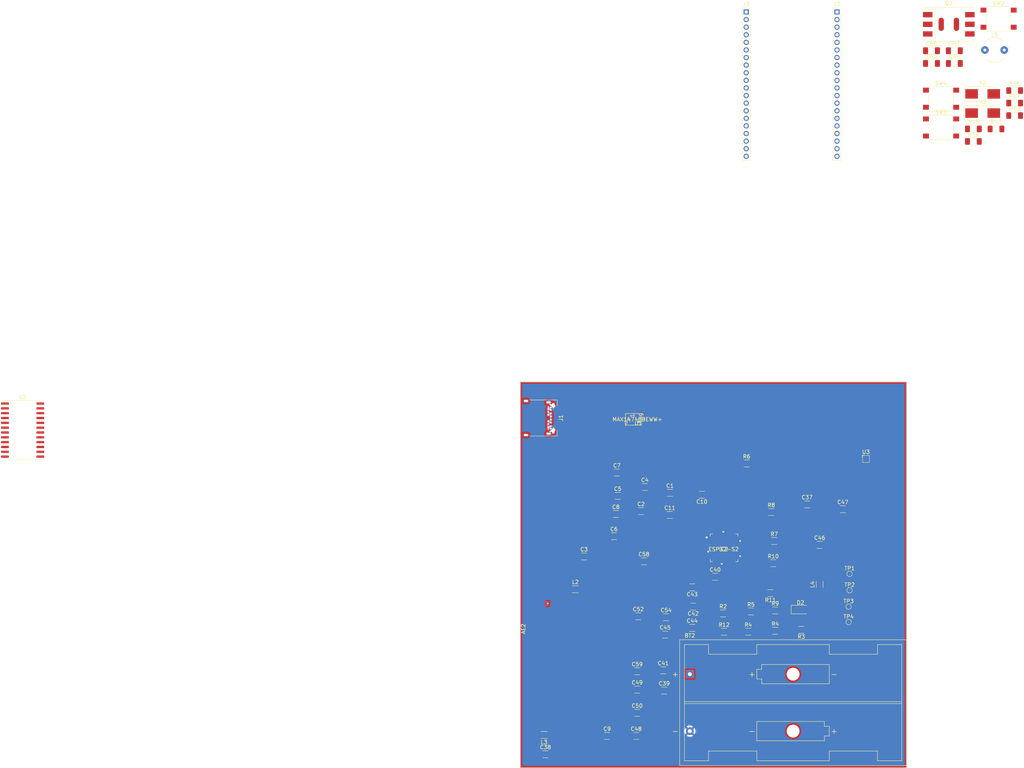
<source format=kicad_pcb>
(kicad_pcb (version 20211014) (generator pcbnew)
  (layers (0 "F.Cu" signal) (1 "In1.Cu" signal) (2 "In2.Cu" signal) (31 "B.Cu" signal) (34 "B.Paste" user) (35 "F.Paste" user) (36 "B.SilkS" user "B.Silkscreen") (37 "F.SilkS" user "F.Silkscreen") (38 "B.Mask" user) (39 "F.Mask" user) (44 "Edge.Cuts" user))
  (net 0 "")
  (net 1 "/Microcontroler/CHIP_BOOT")
  (net 2 "/Power Supply/V_BAT")
  (net 3 "VAA")
  (net 4 "/Microcontroler/USB_D-")
  (net 5 "Net-(C40-Pad2)")
  (net 6 "/Power Supply/LX")
  (net 7 "Net-(C42-Pad2)")
  (net 8 "Net-(C43-Pad2)")
  (net 9 "Net-(C44-Pad2)")
  (net 10 "Net-(C45-Pad1)")
  (net 11 "Net-(C46-Pad1)")
  (net 12 "Net-(AE2-Pad2)")
  (net 16 "/Microcontroler/LNA_IN")
  (net 17 "/Microcontroler/VDD3P3")
  (net 18 "/Microcontroler/LED_PMIC")
  (net 19 "/Microcontroler/XIN")
  (net 20 "/Microcontroler/XOUT")
  (net 23 "Net-(R2-Pad2)")
  (net 24 "/Connectors/GPIO11")
  (net 25 "+1V1")
  (net 26 "/Microcontroler/ADC1_CH0")
  (net 27 "/Microcontroler/USB_D+")
  (net 28 "/Connectors/U0TXD")
  (net 29 "/Power Supply/GHGIN")
  (net 30 "/Microcontroler/SPIHD")
  (net 31 "/Power Supply/CHGIN")
  (net 32 "Net-(D2-Pad1)")
  (net 33 "/Power Supply/VCONN")
  (net 34 "Net-(R11-Pad1)")
  (net 35 "/Power Supply/TPU")
  (net 36 "/Power Supply/SBUS2")
  (net 38 "GNDREF")
  (net 39 "/Microcontroler/SPI3_CS3")
  (net 40 "Net-(J1-PadS1)")
  (net 41 "/Microcontroler/ADC1_CH1")
  (net 42 "/Microcontroler/*INT")
  (net 43 "/Microcontroler/I2CEXT0_SCL_out")
  (net 44 "/Connectors/CAN_BUS_RX")
  (net 45 "/Connectors/CAN_BUS_TX")
  (net 46 "/Connectors/CAN_BUS_OFF_ON")
  (net 47 "/Connectors/CAN_BUS_CLK")
  (net 48 "/Microcontroler/FSUS")
  (net 49 "/Microcontroler/ADC2_CH1")
  (net 50 "/Power Supply/CC1")
  (net 51 "/Microcontroler/XTAL_32K_P")
  (net 52 "/Microcontroler/XTAL_32K_N")
  (net 53 "/Power Supply/SBUS1")
  (net 54 "/Microcontroler/DAC_1")
  (net 55 "/Microcontroler/CHIP_PU")
  (net 56 "/Microcontroler/DAC_2")
  (net 57 "/Microcontroler/SPICS1")
  (net 58 "/Microcontroler/VDD_SPI")
  (net 59 "Net-(IC2-Pad31)")
  (net 60 "Net-(IC2-Pad32)")
  (net 61 "/Microcontroler/SPICS0")
  (net 62 "Net-(IC2-Pad34)")
  (net 63 "Net-(IC2-Pad35)")
  (net 64 "Net-(IC2-Pad36)")
  (net 65 "/Microcontroler/SPI3_CS1")
  (net 66 "/Microcontroler/SPI3_MISO")
  (net 67 "/Microcontroler/SPI3_MOSI")
  (net 68 "/Microcontroler/SPI3_CS0")
  (net 69 "/Microcontroler/SPI3_CLK")
  (net 70 "/Microcontroler/SPI3_CS2")
  (net 71 "/Connectors/JTAG_MTCK")
  (net 72 "/Connectors/JTAG_MTDO")
  (net 73 "/Connectors/JTAG_MTMS")
  (net 74 "/Connectors/JTAG_MTDI")
  (net 75 "Net-(IC2-Pad48)")
  (net 76 "/Connectors/U0RXD")
  (net 77 "/Microcontroler/SPI_CS3")
  (net 78 "/Microcontroler/XTAL_P")
  (net 79 "/Microcontroler/GPIO46")
  (net 80 "/Probes schematic/SPI_OUT_ADC3")
  (net 81 "/Probes schematic/SPI_CS_ADC3")
  (net 82 "/Probes schematic/SPI_OUT_ADC2")
  (net 83 "/Probes schematic/SPI_CS_ADC2")
  (net 84 "/Probes schematic/SPI_OUT_ADC1")
  (net 85 "/Probes schematic/SPI_CS_ADC1")
  (net 86 "/Probes schematic/SPI_OUT_ADC0")
  (net 87 "/Probes schematic/SPI_CS_ADC0")
  (net 88 "/Probes schematic/SPI_OUT_ADC7")
  (net 89 "/Probes schematic/SPI_CS_ADC7")
  (net 90 "/Probes schematic/SPI_OUT_ADC6")
  (net 91 "/Probes schematic/SPI_CS_ADC6")
  (net 92 "/Probes schematic/SPI_OUT_ADC5")
  (net 93 "/Probes schematic/SPI_CS_ADC5")
  (net 94 "/Probes schematic/SPI_OUT_ADC4")
  (net 95 "/Probes schematic/SPI_CS_ADC4")
  (net 96 "/Microcontroler/SPIHOLD")
  (net 97 "/Microcontroler/SPIQ")
  (net 98 "/Microcontroler/SPID")
  (net 99 "/Microcontroler/SPICLK")
  (net 100 "/Microcontroler/SPIWP")
  (net 102 "/Microcontroler/GPIO11")
  (net 103 "/Microcontroler/GPIO21")
  (net 104 "/Power Supply/TX1+")
  (net 105 "/Power Supply/TX1-")
  (net 106 "/Power Supply/RX2-")
  (net 107 "/Power Supply/RX2+")
  (net 108 "/Power Supply/TX2+")
  (net 109 "/Power Supply/TX2-")
  (net 110 "/Power Supply/RX1-")
  (net 111 "/Power Supply/RX1+")
  (net 120 "Net-(Q2-Pad2)")
  (net 121 "Net-(Q2-Pad3)")
  (footprint "Resistor_SMD:R_1206_3216Metric_Pad1.30x1.75mm_HandSolder" (layer "F.Cu") (at 219.875 -19.59)
    (fp_text reference "R18")
    (fp_text value "10M")
  )
  (footprint "Capacitor_SMD:C_1206_3216Metric_Pad1.33x1.80mm_HandSolder" (layer "F.Cu") (at 139.954 101.092 180)
    (fp_text reference "C43")
    (fp_text value "3.9nF")
  )
  (footprint "Capacitor_SMD:C_1206_3216Metric_Pad1.33x1.80mm_HandSolder" (layer "F.Cu") (at 208.915 -36.83)
    (fp_text reference "C64")
    (fp_text value "10uF")
  )
  (footprint "Capacitor_SMD:C_1206_3216Metric_Pad1.33x1.80mm_HandSolder" (layer "F.Cu") (at 140.208 106.172 180)
    (fp_text reference "C42")
    (fp_text value "0.1uF")
  )
  (footprint "Crystal:Crystal_SMD_0603-2Pin_6.0x3.5mm_HandSoldering" (layer "F.Cu") (at 216.375 -23.76)
    (fp_text reference "Y3")
    (fp_text value "32.768K")
  )
  (footprint "Capacitor_SMD:C_1206_3216Metric_Pad1.33x1.80mm_HandSolder" (layer "F.Cu") (at 134.112 76.2)
    (fp_text reference "C1")
    (fp_text value "1uF")
  )
  (footprint "TestPoint:TestPoint_Pad_D1.0mm" (layer "F.Cu") (at 181.102 110.236)
    (fp_text reference "TP4")
    (fp_text value "TPCDP")
  )
  (footprint "Capacitor_SMD:C_1206_3216Metric_Pad1.33x1.80mm_HandSolder" (layer "F.Cu") (at 142.494 76.708 180)
    (fp_text reference "C10")
    (fp_text value "0.1uF/50V(10%)(NC)")
  )
  (footprint "Resistor_SMD:R_1206_3216Metric_Pad1.30x1.75mm_HandSolder" (layer "F.Cu") (at 161.264 94.742)
    (fp_text reference "R10")
    (fp_text value "4.7K")
  )
  (footprint "Capacitor_SMD:C_1206_3216Metric_Pad1.33x1.80mm_HandSolder" (layer "F.Cu") (at 120.142 70.866)
    (fp_text reference "C7")
    (fp_text value "12.5pF")
  )
  (footprint "Inductor_SMD:L_1206_3216Metric_Pad1.22x1.90mm_HandSolder" (layer "F.Cu") (at 109.22 101.6)
    (fp_text reference "L2")
    (fp_text value "TBD")
  )
  (footprint "Capacitor_SMD:C_1206_3216Metric_Pad1.33x1.80mm_HandSolder" (layer "F.Cu") (at 125.7685 108.712)
    (fp_text reference "C52")
    (fp_text value "TBD")
  )
  (footprint "Resistor_SMD:R_1206_3216Metric_Pad1.30x1.75mm_HandSolder" (layer "F.Cu") (at 168.656 112.268 180)
    (fp_text reference "R3")
    (fp_text value "1M")
  )
  (footprint "Resistor_SMD:R_1206_3216Metric_Pad1.30x1.75mm_HandSolder" (layer "F.Cu") (at 160.756 81.28)
    (fp_text reference "R8")
    (fp_text value "0")
  )
  (footprint "Capacitor_SMD:C_1206_3216Metric_Pad1.33x1.80mm_HandSolder" (layer "F.Cu") (at 126.492 81.026)
    (fp_text reference "C2")
    (fp_text value "0.1uF")
  )
  (footprint "Capacitor_SMD:C_1206_3216Metric_Pad1.33x1.80mm_HandSolder" (layer "F.Cu") (at 132.334 122.936)
    (fp_text reference "C41")
    (fp_text value "0.1uF")
  )
  (footprint "Capacitor_SMD:C_1206_3216Metric_Pad1.33x1.80mm_HandSolder" (layer "F.Cu") (at 111.506 92.964)
    (fp_text reference "C3")
    (fp_text value "0.1uF")
  )
  (footprint "Capacitor_SMD:C_1206_3216Metric_Pad1.33x1.80mm_HandSolder" (layer "F.Cu") (at 132.842 113.538)
    (fp_text reference "C45")
    (fp_text value "1uF")
  )
  (footprint "Button_Switch_SMD:SW_Push_1P1T_NO_6x6mm_H9.5mm" (layer "F.Cu") (at 205.425 -19.965)
    (fp_text reference "SW3")
    (fp_text value "SW_Push")
  )
  (footprint "Capacitor_SMD:C_1206_3216Metric_Pad1.33x1.80mm_HandSolder" (layer "F.Cu") (at 101.346 145.034)
    (fp_text reference "C38")
    (fp_text value "0.1uF")
  )
  (footprint "Capacitor_SMD:C_1206_3216Metric_Pad1.33x1.80mm_HandSolder" (layer "F.Cu") (at 134.0735 82.042)
    (fp_text reference "C11")
    (fp_text value "0.1uF/50V(10%)(NC)")
  )
  (footprint "Package_SO:SOIC-24W_7.5x15.4mm_P1.27mm" (layer "F.Cu") (at -36.195 59.69)
    (fp_text reference "U2")
    (fp_text value "CD74HC4067M")
  )
  (footprint "Capacitor_SMD:C_1206_3216Metric_Pad1.33x1.80mm_HandSolder" (layer "F.Cu") (at 208.915 -40.18)
    (fp_text reference "C67")
    (fp_text value "10uF")
  )
  (footprint "MAX14748:MAX14748BEWW&plus_" (layer "F.Cu") (at 124.5031 56.8706)
    (fp_text reference "U1")
    (fp_text value "MAX14748BEWW+")
  )
  (footprint "Capacitor_SMD:C_1206_3216Metric_Pad1.33x1.80mm_HandSolder" (layer "F.Cu") (at 117.5635 140.208)
    (fp_text reference "C9")
    (fp_text value "1µF")
  )
  (footprint "Capacitor_SMD:C_1206_3216Metric_Pad1.33x1.80mm_HandSolder" (layer "F.Cu") (at 132.588 128.27)
    (fp_text reference "C39")
    (fp_text value "10uF")
  )
  (footprint "Resistor_SMD:R_1206_3216Metric_Pad1.30x1.75mm_HandSolder" (layer "F.Cu") (at 213.925 -16.3)
    (fp_text reference "R14")
    (fp_text value "0")
  )
  (footprint "Capacitor_SMD:C_1206_3216Metric_Pad1.33x1.80mm_HandSolder" (layer "F.Cu") (at 125.476 128.016)
    (fp_text reference "C49")
    (fp_text value "TBD")
  )
  (footprint "Capacitor_SMD:C_1206_3216Metric_Pad1.33x1.80mm_HandSolder" (layer "F.Cu") (at 119.38 87.63)
    (fp_text reference "C6")
    (fp_text value "1uF")
  )
  (footprint "Capacitor_SMD:C_1206_3216Metric_Pad1.33x1.80mm_HandSolder" (layer "F.Cu") (at 127.254 94.234)
    (fp_text reference "C58")
    (fp_text value "22pF/6.3V(10%)")
  )
  (footprint "Capacitor_SMD:C_1206_3216Metric_Pad1.33x1.80mm_HandSolder" (layer "F.Cu") (at 125.476 123.19)
    (fp_text reference "C59")
    (fp_text value "22pF/6.3V(10%)")
  )
  (footprint "TestPoint:TestPoint_Pad_D1.0mm" (layer "F.Cu") (at 181.356 97.536)
    (fp_text reference "TP1")
    (fp_text value "TPCC1")
  )
  (footprint "Resistor_SMD:R_1206_3216Metric_Pad1.30x1.75mm_HandSolder" (layer "F.Cu") (at 154.2796 68.4784)
    (fp_text reference "R6")
    (fp_text value "10K")
  )
  (footprint "Button_Switch_SMD:SW_Push_1P1T_NO_6x6mm_H9.5mm" (layer "F.Cu") (at 220.555 -48.615)
    (fp_text reference "SW2")
    (fp_text value "SW_Push")
  )
  (footprint "Capacitor_SMD:C_1206_3216Metric_Pad1.33x1.80mm_HandSolder" (layer "F.Cu") (at 120.3575 77.01)
    (fp_text reference "C5")
    (fp_text value "100pF")
  )
  (footprint "Transformer_SMD:Transformer_NF_ETAL_P2781" (layer "F.Cu") (at 207.465 -47.13)
    (fp_text reference "Q2")
    (fp_text value "Q_PMOS_DGS")
  )
  (footprint "LED_SMD:LED_1206_3216Metric_Pad1.42x1.75mm_HandSolder" (layer "F.Cu") (at 168.4385 106.934)
    (fp_text reference "D2")
    (fp_text value "LED")
  )
  (footprint "Resistor_SMD:R_1206_3216Metric_Pad1.30x1.75mm_HandSolder" (layer "F.Cu") (at 148.082 107.95)
    (fp_text reference "R2")
    (fp_text value "10K")
  )
  (footprint "Resistor_SMD:R_1206_3216Metric_Pad1.30x1.75mm_HandSolder" (layer "F.Cu") (at 155.422 107.442)
    (fp_text reference "R5")
    (fp_text value "4.7K")
  )
  (footprint "Capacitor_SMD:C_1206_3216Metric_Pad1.33x1.80mm_HandSolder" (layer "F.Cu") (at 170.18 79.248)
    (fp_text reference "C37")
    (fp_text value "22uF")
  )
  (footprint "RF_Antenna:Texas_SWRA117D_2.4GHz_Left" (layer "F.Cu") (at 101.939 107.464 90)
    (fp_text reference "AE2")
    (fp_text value "PBC ANT")
  )
  (footprint "Button_Switch_SMD:SW_Push_1P1T_NO_6x6mm_H9.5mm" (layer "F.Cu") (at 205.425 -27.545)
    (fp_text reference "SW4")
    (fp_text value "SW_Push")
  )
  (footprint "Capacitor_SMD:C_1206_3216Metric_Pad1.33x1.80mm_HandSolder" (layer "F.Cu") (at 125.222 140.208)
    (fp_text reference "C48")
    (fp_text value "10µF")
  )
  (footprint "ESP32-S2:ESP32-S2" (layer "F.Cu") (at 148.336 90.678)
    (fp_text reference "IC2")
    (fp_text value "ESP32-S2")
  )
  (footprint "Resistor_SMD:R_1206_3216Metric_Pad1.30x1.75mm_HandSolder" (layer "F.Cu") (at 160.528 102.616 180)
    (fp_text reference "R11")
    (fp_text value "10K")
  )
  (footprint "Package_CSP:WLCSP-8_1.58x1.63x0.35mm_Layout3x5_P0.35x0.4mm_Ball0.25mm_Pad0.25mm_NSMD" (layer "F.Cu") (at 185.674 67.31)
    (fp_text reference "U3")
    (fp_text value "AT25DF041x-UxN-x")
  )
  (footprint "Capacitor_SMD:C_1206_3216Metric_Pad1.33x1.80mm_HandSolder" (layer "F.Cu") (at 173.482 89.916)
    (fp_text reference "C46")
    (fp_text value "0.1uF")
  )
  (footprint "Resistor_SMD:R_1206_3216Metric_Pad1.30x1.75mm_HandSolder" (layer "F.Cu") (at 148.336 112.776)
    (fp_text reference "R12")
    (fp_text value "4.7K")
  )
  (footprint "Resistor_SMD:R_1206_3216Metric_Pad1.30x1.75mm_HandSolder" (layer "F.Cu") (at 154.686 112.776)
    (fp_text reference "R4")
    (fp_text value "4.7K")
  )
  (footprint "TestPoint:TestPoint_Pad_D1.0mm" (layer "F.Cu") (at 181.356 101.854)
    (fp_text reference "TP2")
    (fp_text value "TPCC2")
  )
  (footprint "Crystal:Crystal_SMD_0603-2Pin_6.0x3.5mm_HandSoldering" (layer "F.Cu") (at 216.375 -28.81)
    (fp_text reference "Y2")
    (fp_text value "Crystal_GND24")
  )
  (footprint "Capacitor_SMD:C_1206_3216Metric_Pad1.33x1.80mm_HandSolder" (layer "F.Cu") (at 179.578 80.518)
    (fp_text reference "C47")
    (fp_text value "10uF")
  )
  (footprint "Connector_USB:USB_C_Receptacle_Amphenol_12401548E4-2A" (layer "F.Cu") (at 99.06 56.515 -90)
    (fp_text reference "J1")
    (fp_text value "USB_C_Receptacle")
  )
  (footprint "Capacitor_SMD:C_1206_3216Metric_Pad1.33x1.80mm_HandSolder" (layer "F.Cu") (at 133.096 108.966)
    (fp_text reference "C54")
    (fp_text value "NC")
  )
  (footprint "Capacitor_SMD:C_1206_3216Metric_Pad1.33x1.80mm_HandSolder" (layer "F.Cu") (at 139.954 111.76)
    (fp_text reference "C44")
    (fp_text value "1uF")
  )
  (footprint "Battery:BatteryHolder_Keystone_2462_2xAA" (layer "F.Cu") (at 139.332 123.95)
    (fp_text reference "BT2")
    (fp_text value "Battery_Cell")
  )
  (footprint "Resistor_SMD:R_1206_3216Metric_Pad1.30x1.75mm_HandSolder" (layer "F.Cu") (at 224.775 -23.11)
    (fp_text reference "R13")
    (fp_text value "0")
  )
  (footprint "Resistor_SMD:R_1206_3216Metric_Pad1.30x1.75mm_HandSolder" (layer "F.Cu") (at 161.798 112.522)
    (fp_text reference "R4")
    (fp_text value "4.7K")
  )
  (footprint "Ferrite_THT:LairdTech_28C0236-0JW-10" (layer "F.Cu") (at 216.957832 -40.36)
    (fp_text reference "L5")
    (fp_text value "L_Ferrite")
  )
  (footprint "Inductor_SMD:L_1206_3216Metric_Pad1.22x1.90mm_HandSolder" (layer "F.Cu") (at 100.9765 139.954 180)
    (fp_text reference "L3")
    (fp_text value "2.0nH")
  )
  (footprint "Capacitor_SMD:C_1206_3216Metric_Pad1.33x1.80mm_HandSolder" (layer "F.Cu") (at 119.888 81.788)
    (fp_text reference "C8")
    (fp_text value "12.5pF")
  )
  (footprint "Capacitor_SMD:C_1206_3216Metric_Pad1.33x1.80mm_HandSolder" (layer "F.Cu") (at 202.905 -40.18)
    (fp_text reference "C66")
    (fp_text value "0.1uF")
  )
  (footprint "Resistor_SMD:R_1206_3216Metric_Pad1.30x1.75mm_HandSolder" (layer "F.Cu") (at 161.798 107.188)
    (fp_text reference "R9")
    (fp_text value "1K")
  )
  (footprint "Capacitor_SMD:C_1206_3216Metric_Pad1.33x1.80mm_HandSolder" (layer "F.Cu") (at 202.905 -36.83)
    (fp_text reference "C65")
    (fp_text value "0.1uF")
  )
  (footprint "Capacitor_SMD:C_1206_3216Metric_Pad1.33x1.80mm_HandSolder" (layer "F.Cu") (at 127.508 74.676)
    (fp_text reference "C4")
    (fp_text value "0.1uF")
  )
  (footprint "Connector_PinHeader_2.00mm:PinHeader_1x20_P2.00mm_Vertical" (layer "F.Cu") (at 178.045 -50.38)
    (fp_text reference "J2")
    (fp_text value "Conn_01x20_MountingPin")
  )
  (footprint "Resistor_SMD:R_1206_3216Metric_Pad1.30x1.75mm_HandSolder" (layer "F.Cu") (at 224.775 -26.4)
    (fp_text reference "R17")
    (fp_text value "499")
  )
  (footprint "Capacitor_SMD:C_1206_3216Metric_Pad1.33x1.80mm_HandSolder" (layer "F.Cu") (at 146.0115 98.298)
    (fp_text reference "C40")
    (fp_text value "1uF")
  )
  (footprint "Capacitor_SMD:C_1206_3216Metric_Pad1.33x1.80mm_HandSolder" (layer "F.Cu") (at 125.476 134.112)
    (fp_text reference "C50")
    (fp_text value "0.1µF")
  )
  (footprint "Connector_PinHeader_2.00mm:PinHeader_1x20_P2.00mm_Vertical" (layer "F.Cu") (at 154.165 -50.38)
    (fp_text reference "J3")
    (fp_text value "Conn_01x20_MountingPin")
  )
  (footprint "Inductor_SMD:L_1206_3216Metric_Pad1.22x1.90mm_HandSolder" (layer "F.Cu") (at 173.482 100.33 90)
    (fp_text reference "L4")
    (fp_text value "INDUCTOR")
  )
  (footprint "Resistor_SMD:R_1206_3216Metric_Pad1.30x1.75mm_HandSolder" (layer "F.Cu") (at 224.775 -29.69)
    (fp_text reference "R16")
    (fp_text value "0")
  )
  (footprint "Resistor_SMD:R_1206_3216Metric_Pad1.30x1.75mm_HandSolder" (layer "F.Cu") (at 213.925 -19.59)
    (fp_text reference "R15")
    (fp_text value "0")
  )
  (footprint "Resistor_SMD:R_1206_3216Metric_Pad1.30x1.75mm_HandSolder" (layer "F.Cu") (at 161.518 88.9)
    (fp_text reference "R7")
    (fp_text value "0")
  )
  (footprint "TestPoint:TestPoint_Pad_D1.0mm" (layer "F.Cu") (at 181.102 106.172)
    (fp_text reference "TP3")
    (fp_text value "TPCDN")
  )
  (gr_line (start 196.342 46.99) (end 196.342 148.59) (layer "Edge.Cuts") (width 0.2))
  (gr_line (start 94.742 148.59) (end 94.742 46.99) (layer "Edge.Cuts") (width 0.2))
  (gr_line (start 94.742 46.99) (end 196.342 46.99) (layer "Edge.Cuts") (width 0.2))
  (gr_line (start 196.342 148.59) (end 94.742 148.59) (layer "Edge.Cuts") (width 0.2))
  (segment (start 106.785388 55.245) (end 103.041347 51.50096) (width 0.05) (layer "F.Cu") (net 2))
  (segment (start 95.81048 78.81452) (end 95.39596 79.22904) (width 0.05) (layer "F.Cu") (net 2))
  (segment (start 125.079611 55.8706) (end 125.079611 55.797486) (width 0.05) (layer "F.Cu") (net 2))
  (segment (start 95.39596 53.00937) (end 95.39596 61.222065) (width 0.05) (layer "F.Cu") (net 2))
  (segment (start 95.39596 110.106347) (end 109.429133 124.13952) (width 0.05) (layer "F.Cu") (net 2))
  (segment (start 125.3031 55.8706) (end 126.1031 55.8706) (width 0.05) (layer "F.Cu") (net 2))
  (segment (start 95.39596 61.222065) (end 95.439613 61.265717) (width 0.05) (layer "F.Cu") (net 2))
  (segment (start 95.779612 52.625717) (end 95.39596 53.00937) (width 0.05) (layer "F.Cu") (net 2))
  (segment (start 124.527125 55.245) (end 106.785388 55.245) (width 0.05) (layer "F.Cu") (net 2))
  (segment (start 130.7715 128.016) (end 131.0255 128.27) (width 0.05) (layer "F.Cu") (net 2))
  (segment (start 95.81048 61.636585) (end 95.81048 78.81452) (width 0.05) (layer "F.Cu") (net 2))
  (segment (start 95.39596 52.242065) (end 95.779612 52.625717) (width 0.05) (layer "F.Cu") (net 2))
  (segment (start 95.702936 51.50096) (end 95.39596 51.807936) (width 0.05) (layer "F.Cu") (net 2))
  (segment (start 95.39596 79.22904) (end 95.39596 110.106347) (width 0.05) (layer "F.Cu") (net 2))
  (segment (start 129.56798 124.13952) (end 130.7715 122.936) (width 0.05) (layer "F.Cu") (net 2))
  (segment (start 126.1031 55.8706) (end 125.079611 55.8706) (width 0.05) (layer "F.Cu") (net 2))
  (segment (start 109.429133 124.13952) (end 129.56798 124.13952) (width 0.05) (layer "F.Cu") (net 2))
  (segment (start 95.439613 61.265717) (end 95.81048 61.636585) (width 0.05) (layer "F.Cu") (net 2))
  (segment (start 130.7715 122.936) (end 130.7715 128.016) (width 0.05) (layer "F.Cu") (net 2))
  (segment (start 103.041347 51.50096) (end 95.702936 51.50096) (width 0.05) (layer "F.Cu") (net 2))
  (segment (start 95.39596 51.807936) (end 95.39596 52.242065) (width 0.05) (layer "F.Cu") (net 2))
  (segment (start 125.079611 55.797486) (end 124.527125 55.245) (width 0.05) (layer "F.Cu") (net 2))
  (segment (start 125.7031 56.6706) (end 125.952725 56.6706) (width 0.05) (layer "F.Cu") (net 6))
  (segment (start 126.1031 56.6706) (end 124.9031 56.6706) (width 0.05) (layer "F.Cu") (net 6))
  (segment (start 143.34448 77.376677) (end 143.34448 75.933935) (width 0.05) (layer "F.Cu") (net 11))
  (segment (start 144.76852 75.933935) (end 144.76852 78.800717) (width 0.05) (layer "F.Cu") (net 11))
  (segment (start 124.9031 57.4706) (end 126.1031 57.4706) (width 0.05) (layer "F.Cu") (net 11))
  (segment (start 171.9195 86.614) (end 178.0155 80.518) (width 0.2) (layer "F.Cu") (net 11))
  (segment (start 143.34448 75.933935) (end 143.519935 75.75848) (width 0.05) (layer "F.Cu") (net 11))
  (segment (start 143.519935 75.75848) (end 144.593065 75.75848) (width 0.05) (layer "F.Cu") (net 11))
  (segment (start 125.952725 57.4706) (end 126.279611 57.797486) (width 0.05) (layer "F.Cu") (net 11))
  (segment (start 171.9195 89.916) (end 171.9195 100.43) (width 0.2) (layer "F.Cu") (net 11))
  (segment (start 155.883803 89.916) (end 171.9195 89.916) (width 0.05) (layer "F.Cu") (net 11))
  (segment (start 171.9195 89.916) (end 171.9195 86.614) (width 0.2) (layer "F.Cu") (net 11))
  (segment (start 126.279611 57.797486) (end 126.279611 60.311808) (width 0.05) (layer "F.Cu") (net 11))
  (segment (start 171.9195 100.43) (end 173.482 101.9925) (width 0.2) (layer "F.Cu") (net 11))
  (segment (start 144.593065 75.75848) (end 144.76852 75.933935) (width 0.05) (layer "F.Cu") (net 11))
  (segment (start 144.76852 78.800717) (end 155.883803 89.916) (width 0.05) (layer "F.Cu") (net 11))
  (segment (start 126.279611 60.311808) (end 143.34448 77.376677) (width 0.05) (layer "F.Cu") (net 11))
  (segment (start 125.7031 57.4706) (end 125.952725 57.4706) (width 0.05) (layer "F.Cu") (net 11))
  (segment (start 123.526589 57.694089) (end 123.526589 62.566004) (width 0.05) (layer "F.Cu") (net 18))
  (segment (start 160.248 107.188) (end 161.24752 108.18752) (width 0.2) (layer "F.Cu") (net 18))
  (segment (start 146.406889 88.621889) (end 150.392111 88.621889) (width 0.05) (layer "F.Cu") (net 18))
  (segment (start 150.392111 88.621889) (end 151.35989 89.589668) (width 0.05) (layer "F.Cu") (net 18))
  (segment (start 161.24752 108.18752) (end 168.67248 108.18752) (width 0.2) (layer "F.Cu") (net 18))
  (segment (start 151.35989 89.589668) (end 151.35989 98.29989) (width 0.05) (layer "F.Cu") (net 18))
  (segment (start 151.35989 98.29989) (end 160.248 107.188) (width 0.05) (layer "F.Cu") (net 18))
  (segment (start 145.415 87.63) (end 146.406889 88.621889) (width 0.05) (layer "F.Cu") (net 18))
  (segment (start 123.3031 57.4706) (end 123.526589 57.694089) (width 0.05) (layer "F.Cu") (net 18))
  (segment (start 123.526589 62.566004) (end 145.415 84.454415) (width 0.05) (layer "F.Cu") (net 18))
  (segment (start 145.415 84.454415) (end 145.415 87.63) (width 0.05) (layer "F.Cu") (net 18))
  (segment (start 168.67248 108.18752) (end 169.926 106.934) (width 0.2) (layer "F.Cu") (net 18))
  (segment (start 124.1031 56.2706) (end 124.326589 56.494089) (width 0.05) (layer "F.Cu") (net 25))
  (segment (start 124.679611 56.494089) (end 124.9031 56.2706) (width 0.05) (layer "F.Cu") (net 25))
  (segment (start 124.326589 56.494089) (end 124.679611 56.494089) (width 0.05) (layer "F.Cu") (net 25))
  (segment (start 124.9031 56.2706) (end 126.1031 56.2706) (width 0.05) (layer "F.Cu") (net 25))
  (segment (start 104.03 55.315) (end 104.08 55.265) (width 0.05) (layer "F.Cu") (net 31))
  (segment (start 102.77 55.54464) (end 102.33482 55.97982) (width 0.05) (layer "F.Cu") (net 31))
  (segment (start 102.77 55.315) (end 104.03 55.315) (width 0.05) (layer "F.Cu") (net 31))
  (segment (start 102.77 57.48536) (end 102.77 57.715) (width 0.05) (layer "F.Cu") (net 31))
  (segment (start 102.77 57.715) (end 104.03 57.715) (width 0.05) (layer "F.Cu") (net 31))
  (segment (start 102.33482 57.05018) (end 102.77 57.48536) (width 0.05) (layer "F.Cu") (net 31))
  (segment (start 102.77 55.315) (end 102.77 55.54464) (width 0.05) (layer "F.Cu") (net 31))
  (segment (start 102.33482 55.97982) (end 102.33482 57.05018) (width 0.05) (layer "F.Cu") (net 31))
  (segment (start 104.03 57.715) (end 104.08 57.765) (width 0.05) (layer "F.Cu") (net 31))
  (segment (start 166.697 107.188) (end 166.951 106.934) (width 0.2) (layer "F.Cu") (net 32))
  (segment (start 163.348 107.188) (end 166.697 107.188) (width 0.2) (layer "F.Cu") (net 32))
  (segment (start 102.925129 56.540489) (end 103.680489 57.295849) (width 0.05) (layer "F.Cu") (net 33))
  (segment (start 151.28537 93.345) (end 151.28537 99.673955) (width 0.05) (layer "F.Cu") (net 33))
  (segment (start 123.452069 62.596872) (end 134.96248 74.107283) (width 0.05) (layer "F.Cu") (net 33))
  (segment (start 103.050129 57.964511) (end 102.925129 58.089511) (width 0.05) (layer "F.Cu") (net 33))
  (segment (start 146.279889 92.734111) (end 146.890778 93.345) (width 0.05) (layer "F.Cu") (net 33))
  (segment (start 178.921388 101.854) (end 181.356 101.854) (width 0.05) (layer "F.Cu") (net 33))
  (segment (start 102.07 57.54464) (end 102.07 57.315) (width 0.05) (layer "F.Cu") (net 33))
  (segment (start 123.126589 57.943714) (end 123.452069 58.269194) (width 0.05) (layer "F.Cu") (net 33))
  (segment (start 123.126589 57.397486) (end 123.126589 57.943714) (width 0.05) (layer "F.Cu") (net 33))
  (segment (start 123.452069 58.269194) (end 123.452069 62.596872) (width 0.05) (layer "F.Cu") (net 33))
  (segment (start 105.330101 56.540489) (end 102.925129 56.540489) (width 0.05) (layer "F.Cu") (net 33))
  (segment (start 105.358221 56.568609) (end 105.330101 56.540489) (width 0.05) (layer "F.Cu") (net 33))
  (segment (start 146.890778 93.345) (end 151.28537 93.345) (width 0.05) (layer "F.Cu") (net 33))
  (segment (start 122.9031 56.6706) (end 122.801109 56.568609) (width 0.05) (layer "F.Cu") (net 33))
  (segment (start 103.680489 57.295849) (end 103.680489 57.565489) (width 0.05) (layer "F.Cu") (net 33))
  (segment (start 123.005091 56.772591) (end 123.005091 56.863221) (width 0.05) (layer "F.Cu") (net 33))
  (segment (start 122.726589 57.143714) (end 122.829986 57.247111) (width 0.05) (layer "F.Cu") (net 33))
  (segment (start 122.829986 57.247111) (end 122.976214 57.247111) (width 0.05) (layer "F.Cu") (net 33))
  (segment (start 159.948455 108.33704) (end 172.438348 108.33704) (width 0.05) (layer "F.Cu") (net 33))
  (segment (start 122.726589 56.997486) (end 122.726589 57.143714) (width 0.05) (layer "F.Cu") (net 33))
  (segment (start 123.005091 56.863221) (end 122.974223 56.894089) (width 0.05) (layer "F.Cu") (net 33))
  (segment (start 102.614871 58.089511) (end 102.07 57.54464) (width 0.05) (layer "F.Cu") (net 33))
  (segment (start 151.28537 99.673955) (end 159.948455 108.33704) (width 0.05) (layer "F.Cu") (net 33))
  (segment (start 103.680489 57.565489) (end 104.479511 57.565489) (width 0.05) (layer "F.Cu") (net 33))
  (segment (start 122.9031 56.6706) (end 123.005091 56.772591) (width 0.05) (layer "F.Cu") (net 33))
  (segment (start 134.96248 77.30448) (end 146.279889 88.621889) (width 0.05) (layer "F.Cu") (net 33))
  (segment (start 122.974223 56.894089) (end 122.829986 56.894089) (width 0.05) (layer "F.Cu") (net 33))
  (segment (start 104.479511 57.565489) (end 104.479511 57.964511) (width 0.05) (layer "F.Cu") (net 33))
  (segment (start 172.438348 108.33704) (end 178.921388 101.854) (width 0.05) (layer "F.Cu") (net 33))
  (segment (start 134.96248 74.107283) (end 134.96248 77.30448) (width 0.05) (layer "F.Cu") (net 33))
  (segment (start 122.801109 56.568609) (end 105.358221 56.568609) (width 0.05) (layer "F.Cu") (net 33))
  (segment (start 122.976214 57.247111) (end 123.126589 57.397486) (width 0.05) (layer "F.Cu") (net 33))
  (segment (start 146.279889 88.621889) (end 146.279889 92.734111) (width 0.05) (layer "F.Cu") (net 33))
  (segment (start 104.479511 57.964511) (end 103.050129 57.964511) (width 0.05) (layer "F.Cu") (net 33))
  (segment (start 122.829986 56.894089) (end 122.726589 56.997486) (width 0.05) (layer "F.Cu") (net 33))
  (segment (start 102.925129 58.089511) (end 102.614871 58.089511) (width 0.05) (layer "F.Cu") (net 33))
  (segment (start 162.332 102.87) (end 162.078 102.616) (width 0.05) (layer "F.Cu") (net 34))
  (segment (start 155.030696 56.047111) (end 182.245 83.261415) (width 0.05) (layer "F.Cu") (net 34))
  (segment (start 167.64 102.87) (end 162.332 102.87) (width 0.05) (layer "F.Cu") (net 34))
  (segment (start 182.245 83.261415) (end 182.245 98.425) (width 0.05) (layer "F.Cu") (net 34))
  (segment (start 124.279611 56.047111) (end 155.030696 56.047111) (width 0.05) (layer "F.Cu") (net 34))
  (segment (start 124.1031 55.8706) (end 124.279611 56.047111) (width 0.05) (layer "F.Cu") (net 34))
  (segment (start 171.45 106.68) (end 167.64 102.87) (width 0.05) (layer "F.Cu") (net 34))
  (segment (start 173.99 106.68) (end 171.45 106.68) (width 0.05) (layer "F.Cu") (net 34))
  (segment (start 182.245 98.425) (end 173.99 106.68) (width 0.05) (layer "F.Cu") (net 34))
  (segment (start 147.955 88.547369) (end 150.422979 88.547369) (width 0.05) (layer "F.Cu") (net 35))
  (segment (start 158.978 96.288378) (end 158.978 102.616) (width 0.05) (layer "F.Cu") (net 35))
  (segment (start 147.955 86.889028) (end 147.955 88.547369) (width 0.05) (layer "F.Cu") (net 35))
  (segment (start 123.555794 57.617906) (end 123.700031 57.617906) (width 0.05) (layer "F.Cu") (net 35))
  (segment (start 123.700031 57.617906) (end 123.879611 57.797486) (width 0.05) (layer "F.Cu") (net 35))
  (segment (start 151.402098 89.526488) (end 152.21611 89.526488) (width 0.05) (layer "F.Cu") (net 35))
  (segment (start 123.601109 62.535137) (end 147.955 86.889028) (width 0.05) (layer "F.Cu") (net 35))
  (segment (start 152.21611 89.526488) (end 158.978 96.288378) (width 0.05) (layer "F.Cu") (net 35))
  (segment (start 123.879611 57.797486) (end 123.879611 57.943714) (width 0.05) (layer "F.Cu") (net 35))
  (segment (start 123.7031 57.4706) (end 123.555794 57.617906) (width 0.05) (layer "F.Cu") (net 35))
  (segment (start 150.422979 88.547369) (end 151.402098 89.526488) (width 0.05) (layer "F.Cu") (net 35))
  (segment (start 123.601109 58.222216) (end 123.601109 62.535137) (width 0.05) (layer "F.Cu") (net 35))
  (segment (start 123.879611 57.943714) (end 123.601109 58.222216) (width 0.05) (layer "F.Cu") (net 35))
  (segment (start 124.1031 57.0706) (end 124.1031 56.6706) (width 0.05) (layer "F.Cu") (net 38))
  (segment (start 124.1031 56.6706) (end 123.7031 56.2706) (width 0.05) (layer "F.Cu") (net 38))
  (segment (start 101.81 52.025) (end 102.17 52.385) (width 0.25) (layer "F.Cu") (net 40))
  (segment (start 102.17 60.645) (end 96.58 60.645) (width 0.25) (layer "F.Cu") (net 40))
  (segment (start 96.22 52.025) (end 101.81 52.025) (width 0.25) (layer "F.Cu") (net 40))
  (segment (start 96.58 60.645) (end 96.22 61.005) (width 0.25) (layer "F.Cu") (net 40))
  (segment (start 101.695489 52.859511) (end 102.17 52.385) (width 0.05) (layer "F.Cu") (net 40))
  (segment (start 101.695489 60.170489) (end 101.695489 52.859511) (width 0.05) (layer "F.Cu") (net 40))
  (segment (start 102.17 60.645) (end 101.695489 60.170489) (width 0.05) (layer "F.Cu") (net 40))
  (segment (start 123.629986 56.447111) (end 123.757111 56.447111) (width 0.05) (layer "F.Cu") (net 42))
  (segment (start 123.526589 56.047111) (end 123.526589 56.343714) (width 0.05) (layer "F.Cu") (net 42))
  (segment (start 123.526589 56.343714) (end 123.629986 56.447111) (width 0.05) (layer "F.Cu") (net 42))
  (segment (start 123.757111 56.447111) (end 123.879611 56.569611) (width 0.05) (layer "F.Cu") (net 42))
  (segment (start 123.879611 56.569611) (end 123.879611 56.894089) (width 0.05) (layer "F.Cu") (net 42))
  (segment (start 123.879611 56.894089) (end 123.7031 57.0706) (width 0.05) (layer "F.Cu") (net 42))
  (segment (start 123.7031 55.8706) (end 123.526589 56.047111) (width 0.05) (layer "F.Cu") (net 42))
  (segment (start 123.3031 56.520225) (end 123.126589 56.343714) (width 0.05) (layer "F.Cu") (net 43))
  (segment (start 95.47048 61.191197) (end 95.885 61.605717) (width 0.05) (layer "F.Cu") (net 43))
  (segment (start 95.885 61.605717) (end 95.885 110.49) (width 0.05) (layer "F.Cu") (net 43))
  (segment (start 95.47048 52.211197) (end 95.885 52.625717) (width 0.05) (layer "F.Cu") (net 43))
  (segment (start 135.128585 112.776) (end 146.786 112.776) (width 0.05) (layer "F.Cu") (net 43))
  (segment (start 107.529089 56.094089) (end 103.01048 51.57548) (width 0.05) (layer "F.Cu") (net 43))
  (segment (start 123.126589 56.343714) (end 123.126589 56.197486) (width 0.05) (layer "F.Cu") (net 43))
  (segment (start 95.885 52.625717) (end 95.47048 53.040237) (width 0.05) (layer "F.Cu") (net 43))
  (segment (start 123.3031 56.6706) (end 123.3031 57.0706) (width 0.05) (layer "F.Cu") (net 43))
  (segment (start 123.229986 56.094089) (end 107.529089 56.094089) (width 0.05) (layer "F.Cu") (net 43))
  (segment (start 103.01048 51.57548) (end 95.733803 51.57548) (width 0.05) (layer "F.Cu") (net 43))
  (segment (start 134.941065 112.58848) (end 135.128585 112.776) (width 0.05) (layer "F.Cu") (net 43))
  (segment (start 95.47048 53.040237) (end 95.47048 61.191197) (width 0.05) (layer "F.Cu") (net 43))
  (segment (start 95.885 110.49) (end 97.98348 112.58848) (width 0.05) (layer "F.Cu") (net 43))
  (segment (start 95.47048 51.838803) (end 95.47048 52.211197) (width 0.05) (layer "F.Cu") (net 43))
  (segment (start 123.3031 57.0706) (end 123.3031 56.520225) (width 0.05) (layer "F.Cu") (net 43))
  (segment (start 97.98348 112.58848) (end 134.941065 112.58848) (width 0.05) (layer "F.Cu") (net 43))
  (segment (start 95.733803 51.57548) (end 95.47048 51.838803) (width 0.05) (layer "F.Cu") (net 43))
  (segment (start 123.126589 56.197486) (end 123.229986 56.094089) (width 0.05) (layer "F.Cu") (net 43))
  (segment (start 123.126589 56.644464) (end 123.126589 57.143714) (width 0.05) (layer "F.Cu") (net 50))
  (segment (start 105.389089 56.494089) (end 104.66 55.765) (width 0.05) (layer "F.Cu") (net 50))
  (segment (start 162.11448 95.491065) (end 162.289935 95.66652) (width 0.05) (layer "F.Cu") (net 50))
  (segment (start 162.289935 97.414547) (end 171.480868 106.60548) (width 0.05) (layer "F.Cu") (net 50))
  (segment (start 124.679611 57.797486) (end 124.679611 58.817196) (width 0.05) (layer "F.Cu") (net 50))
  (segment (start 123.079611 56.894089) (end 123.079611 56.597486) (width 0.05) (layer "F.Cu") (net 50))
  (segment (start 123.126589 57.143714) (end 123.229986 57.247111) (width 0.05) (layer "F.Cu") (net 50))
  (segment (start 159.207415 93.345) (end 160.731708 93.345) (width 0.05) (layer "F.Cu") (net 50))
  (segment (start 124.076964 57.694089) (end 124.576214 57.694089) (width 0.05) (layer "F.Cu") (net 50))
  (segment (start 123.079611 56.597486) (end 122.976214 56.494089) (width 0.05) (layer "F.Cu") (net 50))
  (segment (start 173.959132 106.60548) (end 181.356 99.208612) (width 0.05) (layer "F.Cu") (net 50))
  (segment (start 162.11448 94.727772) (end 162.11448 95.491065) (width 0.05) (layer "F.Cu") (net 50))
  (segment (start 162.289935 95.66652) (end 162.289935 97.414547) (width 0.05) (layer "F.Cu") (net 50))
  (segment (start 124.576214 57.694089) (end 124.679611 57.797486) (width 0.05) (layer "F.Cu") (net 50))
  (segment (start 122.976214 56.494089) (end 123.126589 56.644464) (width 0.05) (layer "F.Cu") (net 50))
  (segment (start 123.922111 57.539236) (end 124.076964 57.694089) (width 0.05) (layer "F.Cu") (net 50))
  (segment (start 123.229986 57.247111) (end 123.922111 57.247111) (width 0.05) (layer "F.Cu") (net 50))
  (segment (start 171.480868 106.60548) (end 173.959132 106.60548) (width 0.05) (layer "F.Cu") (net 50))
  (segment (start 104.66 55.765) (end 104.08 55.765) (width 0.05) (layer "F.Cu") (net 50))
  (segment (start 123.922111 57.247111) (end 123.922111 57.539236) (width 0.05) (layer "F.Cu") (net 50))
  (segment (start 160.731708 93.345) (end 162.11448 94.727772) (width 0.05) (layer "F.Cu") (net 50))
  (segment (start 124.679611 58.817196) (end 159.207415 93.345) (width 0.05) (layer "F.Cu") (net 50))
  (segment (start 122.976214 56.494089) (end 105.389089 56.494089) (width 0.05) (layer "F.Cu") (net 50))
  (segment (start 122.9031 57.0706) (end 123.079611 56.894089) (width 0.05) (layer "F.Cu") (net 50))
  (segment (start 181.356 99.208612) (end 181.356 97.536) (width 0.05) (layer "F.Cu") (net 50))
  (segment (start 124.9031 57.8706) (end 126.1031 57.8706) (width 0.05) (layer "F.Cu") (net 121))
  (zone (net 38) (net_name "GNDREF") (layer "F.Cu") (priority 4) (connect_pads (clearance 0.01)) (min_thickness 0.2) (fill yes (thermal_gap 0.508) (thermal_bridge_width 0.508))
    (polygon (pts (xy 196.342 148.59) (xy 94.742 148.59) (xy 94.742 46.99) (xy 196.342 46.99)))
  )
  (zone (net 38) (net_name "GNDREF") (layer "B.Cu") (connect_pads (clearance 0.508)) (min_thickness 0.254) (fill yes (thermal_gap 0.508) (thermal_bridge_width 0.508))
    (polygon (pts (xy 196.342 148.59) (xy 94.742 148.59) (xy 94.742 46.99) (xy 196.342 46.99)))
  )
)
</source>
